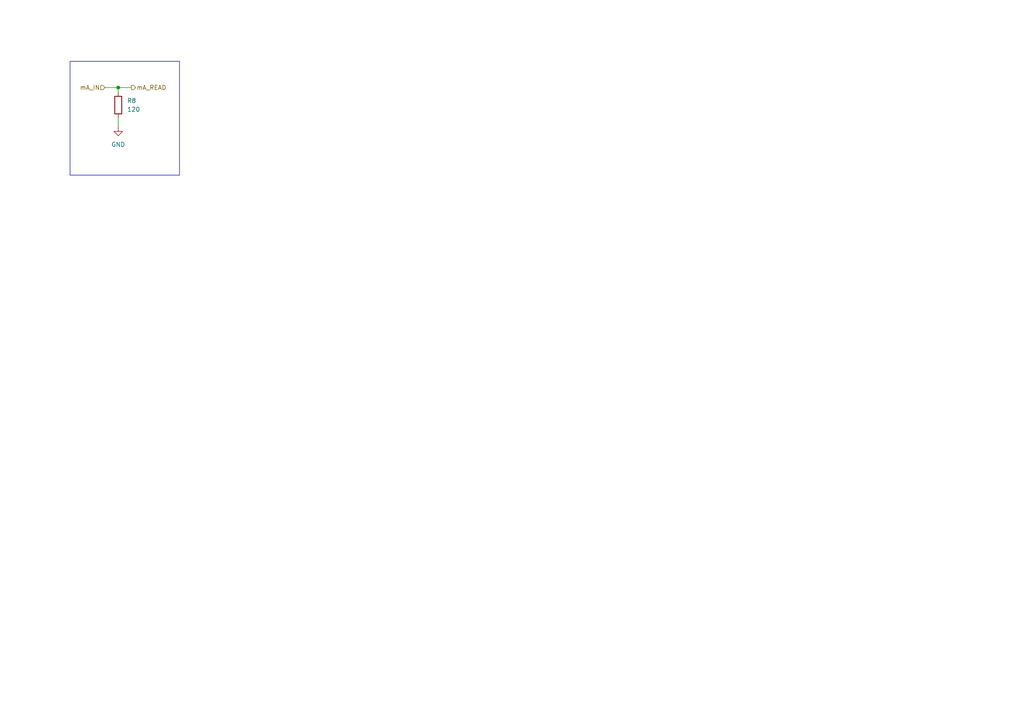
<source format=kicad_sch>
(kicad_sch (version 20250114) (generator "eeschema") (generator_version "9.0")
  (paper "A4")
  (lib_symbols
    (symbol "Device:R" (pin_numbers (hide yes)) (pin_names (offset 0))
      (property "Reference" "R" (at 2.032 0 90))
      (property "Value" "R" (at 0 0 90))
      (symbol "R_0_1"
        (rectangle (start -1.016 -2.54) (end 1.016 2.54) (stroke (width 0.254)))
      )
      (symbol "R_1_1"
        (pin passive line (at 0 3.81 270) (length 1.27) (name "~") (number "1"))
        (pin passive line (at 0 -3.81 90) (length 1.27) (name "~") (number "2"))
      )
    )
    (symbol "power:GND" (power) (pin_numbers (hide yes)) (pin_names (offset 0) (hide yes))
      (property "Value" "GND" (at 0 -3.81 0))
      (symbol "GND_0_1"
        (polyline (pts (xy 0 0) (xy 0 -1.27) (xy 1.27 -1.27) (xy 0 -2.54) (xy -1.27 -1.27) (xy 0 -1.27)))
      )
      (symbol "GND_1_1"
        (pin power_in line (at 0 0 270) (length 0) (name "~") (number "1"))
      )
    )
  )
  (rectangle (start 20.32 17.78) (end 52.07 50.8))
  (junction (at 34.29 25.4))
  (wire (pts (xy 34.29 25.4) (xy 34.29 26.67)))
  (wire (pts (xy 30.48 25.4) (xy 34.29 25.4)))
  (wire (pts (xy 34.29 25.4) (xy 38.1 25.4)))
  (wire (pts (xy 34.29 34.29) (xy 34.29 36.83)))
  (hierarchical_label "mA_IN" (shape input) (at 30.48 25.4 180))
  (hierarchical_label "mA_READ" (shape output) (at 38.1 25.4 0))
  (symbol (lib_id "Device:R") (at 34.29 30.48 180) (unit 1)
    (property "Reference" "R8" (at 36.83 29.2099 0) (effects (justify right)))
    (property "Value" "120" (at 36.83 31.7499 0) (effects (justify right)))
    (property "Description" "Resistor" (effects (hide yes)))
    (property "Tolerance" "0.1-1%" (effects (hide yes)))
  )
  (symbol (lib_id "power:GND") (at 34.29 36.83 0) (unit 1)
    (property "Reference" "#PWR029" (effects (hide yes)))
    (property "Value" "GND" (at 34.29 41.91 0))
    (property "Description" "Power symbol creates a global label with name \"GND\" , ground" (effects (hide yes)))
  )
)
</source>
